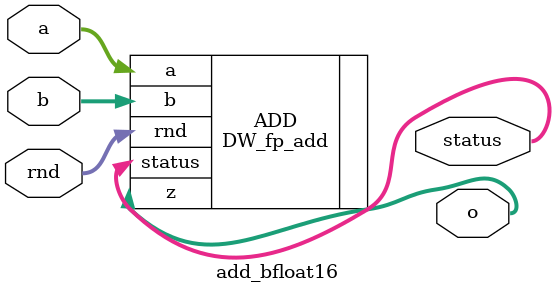
<source format=sv>
/*
 * File: template.sv
 * Author: Michal Gorywoda
 * Created Date: March 9th 2025
 * 
 * Copyright (c) 2025 Michal Gorywoda, KAIST SEED Lab
 */

 `default_nettype none
 module add_bfloat16 #(
    parameter   N_SIG    = 7,
    parameter   N_EXP    = 8,
    parameter   N_DATA   = N_EXP + N_SIG + 1
 ) (
   input    logic [N_DATA-1:0]   a,
   input    logic [N_DATA-1:0]   b,
   input    logic [2:0]          rnd,
   output   logic [N_DATA-1:0]   o,
   output   logic [7:0]          status
 );
 
 
DW_fp_add #
(
   .sig_width(N_SIG), 
   .exp_width(N_EXP), 
   .ieee_compliance(), 
   .en_ubr_flag()
) ADD ( 
   .a(a), 
   .b(b), 
   .rnd(rnd), 
   .z(o), 
   .status(status) 
);
    
endmodule
</source>
